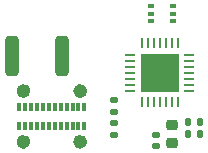
<source format=gbr>
%TF.GenerationSoftware,KiCad,Pcbnew,(6.0.9-0)*%
%TF.CreationDate,2022-11-16T11:59:38+01:00*%
%TF.ProjectId,GlowBand Dock PCB,476c6f77-4261-46e6-9420-446f636b2050,rev?*%
%TF.SameCoordinates,Original*%
%TF.FileFunction,Paste,Top*%
%TF.FilePolarity,Positive*%
%FSLAX46Y46*%
G04 Gerber Fmt 4.6, Leading zero omitted, Abs format (unit mm)*
G04 Created by KiCad (PCBNEW (6.0.9-0)) date 2022-11-16 11:59:38*
%MOMM*%
%LPD*%
G01*
G04 APERTURE LIST*
G04 Aperture macros list*
%AMRoundRect*
0 Rectangle with rounded corners*
0 $1 Rounding radius*
0 $2 $3 $4 $5 $6 $7 $8 $9 X,Y pos of 4 corners*
0 Add a 4 corners polygon primitive as box body*
4,1,4,$2,$3,$4,$5,$6,$7,$8,$9,$2,$3,0*
0 Add four circle primitives for the rounded corners*
1,1,$1+$1,$2,$3*
1,1,$1+$1,$4,$5*
1,1,$1+$1,$6,$7*
1,1,$1+$1,$8,$9*
0 Add four rect primitives between the rounded corners*
20,1,$1+$1,$2,$3,$4,$5,0*
20,1,$1+$1,$4,$5,$6,$7,0*
20,1,$1+$1,$6,$7,$8,$9,0*
20,1,$1+$1,$8,$9,$2,$3,0*%
G04 Aperture macros list end*
%ADD10C,0.600000*%
%ADD11R,0.600000X0.419990*%
%ADD12RoundRect,0.250000X0.312500X1.450000X-0.312500X1.450000X-0.312500X-1.450000X0.312500X-1.450000X0*%
%ADD13RoundRect,0.135000X0.185000X-0.135000X0.185000X0.135000X-0.185000X0.135000X-0.185000X-0.135000X0*%
%ADD14RoundRect,0.140000X-0.140000X-0.170000X0.140000X-0.170000X0.140000X0.170000X-0.140000X0.170000X0*%
%ADD15R,0.300000X0.800000*%
%ADD16R,0.280010X0.900000*%
%ADD17R,0.900000X0.280010*%
%ADD18R,3.300000X3.300000*%
%ADD19RoundRect,0.140000X0.170000X-0.140000X0.170000X0.140000X-0.170000X0.140000X-0.170000X-0.140000X0*%
%ADD20RoundRect,0.135000X-0.185000X0.135000X-0.185000X-0.135000X0.185000X-0.135000X0.185000X0.135000X0*%
%ADD21RoundRect,0.225000X-0.250000X0.225000X-0.250000X-0.225000X0.250000X-0.225000X0.250000X0.225000X0*%
G04 APERTURE END LIST*
D10*
%TO.C,U2*%
X102251740Y-72981651D02*
G75*
G03*
X102251740Y-72981651I-300000J0D01*
G01*
X102251740Y-68681701D02*
G75*
G03*
X102251740Y-68681701I-300000J0D01*
G01*
X97451638Y-72981651D02*
G75*
G03*
X97451638Y-72981651I-300000J0D01*
G01*
X97451638Y-68681701D02*
G75*
G03*
X97451638Y-68681701I-300000J0D01*
G01*
%TD*%
D11*
%TO.C,U1*%
X109848775Y-62794774D03*
X109848775Y-62144787D03*
X109848775Y-61494800D03*
X107948851Y-61494800D03*
X107948851Y-62144787D03*
X107948851Y-62794774D03*
%TD*%
D12*
%TO.C,F1*%
X100419113Y-65751587D03*
X96144113Y-65751587D03*
%TD*%
D13*
%TO.C,R1*%
X104784013Y-70427187D03*
X104784013Y-69407187D03*
%TD*%
D14*
%TO.C,C3*%
X111100413Y-72355587D03*
X112060413Y-72355587D03*
%TD*%
%TO.C,C4*%
X111100413Y-71288787D03*
X112060413Y-71288787D03*
%TD*%
D15*
%TO.C,U2*%
X96801499Y-70031612D03*
X97301626Y-70031612D03*
X97801499Y-70031612D03*
X98301626Y-70031612D03*
X98801499Y-70031612D03*
X99301626Y-70031612D03*
X99801499Y-70031612D03*
X100301626Y-70031612D03*
X100801499Y-70031612D03*
X101301626Y-70031612D03*
X101801499Y-70031612D03*
X102301626Y-70031612D03*
X102301626Y-71631562D03*
X101801499Y-71631562D03*
X101301626Y-71631562D03*
X100801499Y-71631562D03*
X100301626Y-71631562D03*
X99801499Y-71631562D03*
X99301626Y-71631562D03*
X98801499Y-71631562D03*
X98301626Y-71631562D03*
X97801499Y-71631562D03*
X97301626Y-71631562D03*
X96801499Y-71631562D03*
%TD*%
D16*
%TO.C,U3*%
X107194343Y-69651003D03*
X107694724Y-69651003D03*
X108195105Y-69651003D03*
X108695486Y-69651003D03*
X109195867Y-69651003D03*
X109696248Y-69651003D03*
X110196629Y-69651003D03*
D17*
X111195613Y-68652273D03*
X111195613Y-68151892D03*
X111195613Y-67651511D03*
X111195613Y-67151130D03*
X111195613Y-66650749D03*
X111195613Y-66150368D03*
X111195613Y-65649987D03*
D16*
X110196629Y-64651003D03*
X109696248Y-64651003D03*
X109195867Y-64651003D03*
X108695486Y-64651003D03*
X108195105Y-64651003D03*
X107694724Y-64651003D03*
X107194343Y-64651003D03*
D17*
X106195613Y-65649987D03*
X106195613Y-66150368D03*
X106195613Y-66650749D03*
X106195613Y-67151130D03*
X106195613Y-67651511D03*
X106195613Y-68151892D03*
X106195613Y-68652273D03*
D18*
X108695486Y-67151130D03*
%TD*%
D19*
%TO.C,C2*%
X108380013Y-73343587D03*
X108380013Y-72383587D03*
%TD*%
D20*
%TO.C,R2*%
X104784013Y-71388387D03*
X104784013Y-72408387D03*
%TD*%
D21*
%TO.C,C1*%
X109700813Y-71529787D03*
X109700813Y-73079787D03*
%TD*%
M02*

</source>
